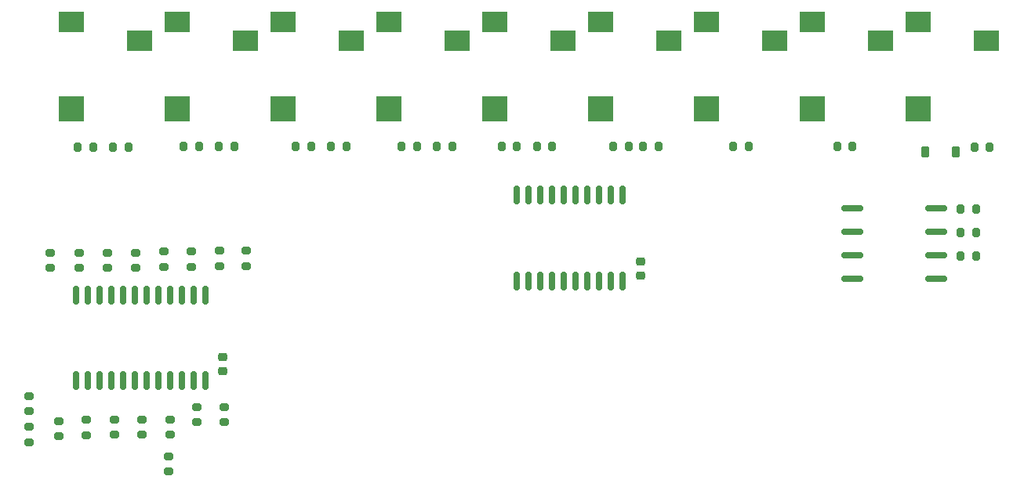
<source format=gbr>
%TF.GenerationSoftware,KiCad,Pcbnew,7.0.8*%
%TF.CreationDate,2024-02-05T12:52:58+01:00*%
%TF.ProjectId,MidiClockBox_v3,4d696469-436c-46f6-936b-426f785f7633,rev?*%
%TF.SameCoordinates,Original*%
%TF.FileFunction,Paste,Top*%
%TF.FilePolarity,Positive*%
%FSLAX46Y46*%
G04 Gerber Fmt 4.6, Leading zero omitted, Abs format (unit mm)*
G04 Created by KiCad (PCBNEW 7.0.8) date 2024-02-05 12:52:58*
%MOMM*%
%LPD*%
G01*
G04 APERTURE LIST*
G04 Aperture macros list*
%AMRoundRect*
0 Rectangle with rounded corners*
0 $1 Rounding radius*
0 $2 $3 $4 $5 $6 $7 $8 $9 X,Y pos of 4 corners*
0 Add a 4 corners polygon primitive as box body*
4,1,4,$2,$3,$4,$5,$6,$7,$8,$9,$2,$3,0*
0 Add four circle primitives for the rounded corners*
1,1,$1+$1,$2,$3*
1,1,$1+$1,$4,$5*
1,1,$1+$1,$6,$7*
1,1,$1+$1,$8,$9*
0 Add four rect primitives between the rounded corners*
20,1,$1+$1,$2,$3,$4,$5,0*
20,1,$1+$1,$4,$5,$6,$7,0*
20,1,$1+$1,$6,$7,$8,$9,0*
20,1,$1+$1,$8,$9,$2,$3,0*%
G04 Aperture macros list end*
%ADD10RoundRect,0.200000X-0.275000X0.200000X-0.275000X-0.200000X0.275000X-0.200000X0.275000X0.200000X0*%
%ADD11R,2.800000X2.200000*%
%ADD12R,2.800000X2.800000*%
%ADD13RoundRect,0.200000X-0.200000X-0.275000X0.200000X-0.275000X0.200000X0.275000X-0.200000X0.275000X0*%
%ADD14RoundRect,0.200000X0.275000X-0.200000X0.275000X0.200000X-0.275000X0.200000X-0.275000X-0.200000X0*%
%ADD15RoundRect,0.150000X-0.150000X0.875000X-0.150000X-0.875000X0.150000X-0.875000X0.150000X0.875000X0*%
%ADD16RoundRect,0.225000X0.250000X-0.225000X0.250000X0.225000X-0.250000X0.225000X-0.250000X-0.225000X0*%
%ADD17RoundRect,0.162500X-1.012500X-0.162500X1.012500X-0.162500X1.012500X0.162500X-1.012500X0.162500X0*%
%ADD18RoundRect,0.200000X0.200000X0.275000X-0.200000X0.275000X-0.200000X-0.275000X0.200000X-0.275000X0*%
%ADD19RoundRect,0.225000X-0.225000X-0.375000X0.225000X-0.375000X0.225000X0.375000X-0.225000X0.375000X0*%
G04 APERTURE END LIST*
D10*
%TO.C,R3*%
X74168000Y-96013000D03*
X74168000Y-97663000D03*
%TD*%
D11*
%TO.C,J1*%
X162467000Y-51020000D03*
X155067000Y-49020000D03*
D12*
X155067000Y-58420000D03*
%TD*%
D13*
%TO.C,R23*%
X110120000Y-62484000D03*
X111770000Y-62484000D03*
%TD*%
%TO.C,R26*%
X103135000Y-62484000D03*
X104785000Y-62484000D03*
%TD*%
D11*
%TO.C,J6*%
X128160000Y-51020000D03*
X120760000Y-49020000D03*
D12*
X120760000Y-58420000D03*
%TD*%
D14*
%TO.C,R1*%
X62280800Y-93850400D03*
X62280800Y-92200400D03*
%TD*%
%TO.C,R15*%
X67564000Y-75628000D03*
X67564000Y-73978000D03*
%TD*%
D13*
%TO.C,R31*%
X64370000Y-62611000D03*
X66020000Y-62611000D03*
%TD*%
%TO.C,R10*%
X161164000Y-62611000D03*
X162814000Y-62611000D03*
%TD*%
D15*
%TO.C,U2*%
X123190000Y-67740000D03*
X121920000Y-67740000D03*
X120650000Y-67740000D03*
X119380000Y-67740000D03*
X118110000Y-67740000D03*
X116840000Y-67740000D03*
X115570000Y-67740000D03*
X114300000Y-67740000D03*
X113030000Y-67740000D03*
X111760000Y-67740000D03*
X111760000Y-77040000D03*
X113030000Y-77040000D03*
X114300000Y-77040000D03*
X115570000Y-77040000D03*
X116840000Y-77040000D03*
X118110000Y-77040000D03*
X119380000Y-77040000D03*
X120650000Y-77040000D03*
X121920000Y-77040000D03*
X123190000Y-77040000D03*
%TD*%
D14*
%TO.C,R9*%
X82550000Y-75438000D03*
X82550000Y-73788000D03*
%TD*%
%TO.C,R12*%
X76581000Y-75501000D03*
X76581000Y-73851000D03*
%TD*%
D13*
%TO.C,R19*%
X159665400Y-74320400D03*
X161315400Y-74320400D03*
%TD*%
D16*
%TO.C,C1*%
X125095000Y-76480000D03*
X125095000Y-74930000D03*
%TD*%
D11*
%TO.C,J15*%
X151037000Y-51020000D03*
X143637000Y-49020000D03*
D12*
X143637000Y-58420000D03*
%TD*%
D13*
%TO.C,R21*%
X122160000Y-62484000D03*
X123810000Y-62484000D03*
%TD*%
D14*
%TO.C,R5*%
X65278000Y-93726000D03*
X65278000Y-92076000D03*
%TD*%
D13*
%TO.C,R25*%
X99315000Y-62484000D03*
X100965000Y-62484000D03*
%TD*%
D10*
%TO.C,R28*%
X59055000Y-92810000D03*
X59055000Y-94460000D03*
%TD*%
D13*
%TO.C,R29*%
X87895000Y-62484000D03*
X89545000Y-62484000D03*
%TD*%
D14*
%TO.C,R16*%
X64516000Y-75628000D03*
X64516000Y-73978000D03*
%TD*%
D13*
%TO.C,R33*%
X75800000Y-62484000D03*
X77450000Y-62484000D03*
%TD*%
D14*
%TO.C,R27*%
X59055000Y-91122000D03*
X59055000Y-89472000D03*
%TD*%
%TO.C,R13*%
X73660000Y-75502000D03*
X73660000Y-73852000D03*
%TD*%
D13*
%TO.C,R34*%
X79610000Y-62484000D03*
X81260000Y-62484000D03*
%TD*%
D14*
%TO.C,R17*%
X61341000Y-75628000D03*
X61341000Y-73978000D03*
%TD*%
D10*
%TO.C,R8*%
X80137000Y-90679000D03*
X80137000Y-92329000D03*
%TD*%
D13*
%TO.C,R30*%
X91705000Y-62484000D03*
X93355000Y-62484000D03*
%TD*%
D17*
%TO.C,U3*%
X147955000Y-69215000D03*
X147955000Y-71755000D03*
X147955000Y-74295000D03*
X147955000Y-76835000D03*
X157005000Y-76835000D03*
X157005000Y-74295000D03*
X157005000Y-71755000D03*
X157005000Y-69215000D03*
%TD*%
D15*
%TO.C,U1*%
X78105000Y-78535000D03*
X76835000Y-78535000D03*
X75565000Y-78535000D03*
X74295000Y-78535000D03*
X73025000Y-78535000D03*
X71755000Y-78535000D03*
X70485000Y-78535000D03*
X69215000Y-78535000D03*
X67945000Y-78535000D03*
X66675000Y-78535000D03*
X65405000Y-78535000D03*
X64135000Y-78535000D03*
X64135000Y-87835000D03*
X65405000Y-87835000D03*
X66675000Y-87835000D03*
X67945000Y-87835000D03*
X69215000Y-87835000D03*
X70485000Y-87835000D03*
X71755000Y-87835000D03*
X73025000Y-87835000D03*
X74295000Y-87835000D03*
X75565000Y-87835000D03*
X76835000Y-87835000D03*
X78105000Y-87835000D03*
%TD*%
D18*
%TO.C,R20*%
X161315400Y-69240400D03*
X159665400Y-69240400D03*
%TD*%
D11*
%TO.C,J14*%
X139607000Y-51020000D03*
X132207000Y-49020000D03*
D12*
X132207000Y-58420000D03*
%TD*%
D11*
%TO.C,J12*%
X71010000Y-51050000D03*
X63610000Y-49050000D03*
D12*
X63610000Y-58450000D03*
%TD*%
D10*
%TO.C,R4*%
X74295000Y-92012000D03*
X74295000Y-93662000D03*
%TD*%
D13*
%TO.C,R22*%
X125390000Y-62484000D03*
X127040000Y-62484000D03*
%TD*%
D14*
%TO.C,R11*%
X79629000Y-75438000D03*
X79629000Y-73788000D03*
%TD*%
D13*
%TO.C,R35*%
X135128000Y-62484000D03*
X136778000Y-62484000D03*
%TD*%
%TO.C,R36*%
X146332000Y-62484000D03*
X147982000Y-62484000D03*
%TD*%
D10*
%TO.C,R2*%
X71247000Y-92012000D03*
X71247000Y-93662000D03*
%TD*%
D13*
%TO.C,R24*%
X113919000Y-62484000D03*
X115569000Y-62484000D03*
%TD*%
D11*
%TO.C,J8*%
X105300000Y-51020000D03*
X97900000Y-49020000D03*
D12*
X97900000Y-58420000D03*
%TD*%
D14*
%TO.C,R6*%
X68326000Y-93662000D03*
X68326000Y-92012000D03*
%TD*%
D16*
%TO.C,C2*%
X80010000Y-86820000D03*
X80010000Y-85270000D03*
%TD*%
D11*
%TO.C,J7*%
X116730000Y-51020000D03*
X109330000Y-49020000D03*
D12*
X109330000Y-58420000D03*
%TD*%
D14*
%TO.C,R14*%
X70612000Y-75629000D03*
X70612000Y-73979000D03*
%TD*%
D11*
%TO.C,J11*%
X93870000Y-51050000D03*
X86470000Y-49050000D03*
D12*
X86470000Y-58450000D03*
%TD*%
D19*
%TO.C,D1*%
X155830000Y-63119000D03*
X159130000Y-63119000D03*
%TD*%
D10*
%TO.C,R7*%
X77216000Y-90679000D03*
X77216000Y-92329000D03*
%TD*%
D13*
%TO.C,R32*%
X68180000Y-62611000D03*
X69830000Y-62611000D03*
%TD*%
%TO.C,R18*%
X159665400Y-71780400D03*
X161315400Y-71780400D03*
%TD*%
D11*
%TO.C,J13*%
X82440000Y-51050000D03*
X75040000Y-49050000D03*
D12*
X75040000Y-58450000D03*
%TD*%
M02*

</source>
